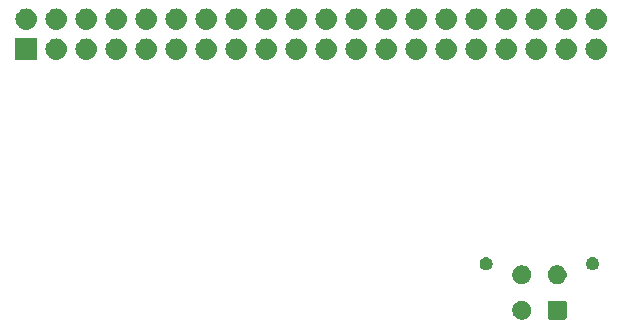
<source format=gbs>
G04 #@! TF.GenerationSoftware,KiCad,Pcbnew,(5.1.4-0-10_14)*
G04 #@! TF.CreationDate,2020-01-14T22:21:16-05:00*
G04 #@! TF.ProjectId,LCD_Screen,4c43445f-5363-4726-9565-6e2e6b696361,rev?*
G04 #@! TF.SameCoordinates,Original*
G04 #@! TF.FileFunction,Soldermask,Bot*
G04 #@! TF.FilePolarity,Negative*
%FSLAX46Y46*%
G04 Gerber Fmt 4.6, Leading zero omitted, Abs format (unit mm)*
G04 Created by KiCad (PCBNEW (5.1.4-0-10_14)) date 2020-01-14 22:21:16*
%MOMM*%
%LPD*%
G04 APERTURE LIST*
%ADD10C,0.100000*%
G04 APERTURE END LIST*
D10*
G36*
X252113048Y-44415122D02*
G01*
X252147387Y-44425539D01*
X252179036Y-44442456D01*
X252206778Y-44465222D01*
X252229544Y-44492964D01*
X252246461Y-44524613D01*
X252256878Y-44558952D01*
X252261000Y-44600807D01*
X252261000Y-45823193D01*
X252256878Y-45865048D01*
X252246461Y-45899387D01*
X252229544Y-45931036D01*
X252206778Y-45958778D01*
X252179036Y-45981544D01*
X252147387Y-45998461D01*
X252113048Y-46008878D01*
X252071193Y-46013000D01*
X250848807Y-46013000D01*
X250806952Y-46008878D01*
X250772613Y-45998461D01*
X250740964Y-45981544D01*
X250713222Y-45958778D01*
X250690456Y-45931036D01*
X250673539Y-45899387D01*
X250663122Y-45865048D01*
X250659000Y-45823193D01*
X250659000Y-44600807D01*
X250663122Y-44558952D01*
X250673539Y-44524613D01*
X250690456Y-44492964D01*
X250713222Y-44465222D01*
X250740964Y-44442456D01*
X250772613Y-44425539D01*
X250806952Y-44415122D01*
X250848807Y-44411000D01*
X252071193Y-44411000D01*
X252113048Y-44415122D01*
X252113048Y-44415122D01*
G37*
G36*
X248693642Y-44441781D02*
G01*
X248817208Y-44492964D01*
X248839416Y-44502163D01*
X248970608Y-44589822D01*
X249082178Y-44701392D01*
X249169837Y-44832584D01*
X249169838Y-44832586D01*
X249230219Y-44978358D01*
X249261000Y-45133107D01*
X249261000Y-45290893D01*
X249230219Y-45445642D01*
X249169838Y-45591414D01*
X249169837Y-45591416D01*
X249082178Y-45722608D01*
X248970608Y-45834178D01*
X248839416Y-45921837D01*
X248839415Y-45921838D01*
X248839414Y-45921838D01*
X248693642Y-45982219D01*
X248538893Y-46013000D01*
X248381107Y-46013000D01*
X248226358Y-45982219D01*
X248080586Y-45921838D01*
X248080585Y-45921838D01*
X248080584Y-45921837D01*
X247949392Y-45834178D01*
X247837822Y-45722608D01*
X247750163Y-45591416D01*
X247750162Y-45591414D01*
X247689781Y-45445642D01*
X247659000Y-45290893D01*
X247659000Y-45133107D01*
X247689781Y-44978358D01*
X247750162Y-44832586D01*
X247750163Y-44832584D01*
X247837822Y-44701392D01*
X247949392Y-44589822D01*
X248080584Y-44502163D01*
X248102792Y-44492964D01*
X248226358Y-44441781D01*
X248381107Y-44411000D01*
X248538893Y-44411000D01*
X248693642Y-44441781D01*
X248693642Y-44441781D01*
G37*
G36*
X251693642Y-41441781D02*
G01*
X251839414Y-41502162D01*
X251839416Y-41502163D01*
X251970608Y-41589822D01*
X252082178Y-41701392D01*
X252149285Y-41801826D01*
X252169838Y-41832586D01*
X252230219Y-41978358D01*
X252261000Y-42133107D01*
X252261000Y-42290893D01*
X252230219Y-42445642D01*
X252169838Y-42591414D01*
X252169837Y-42591416D01*
X252082178Y-42722608D01*
X251970608Y-42834178D01*
X251839416Y-42921837D01*
X251839415Y-42921838D01*
X251839414Y-42921838D01*
X251693642Y-42982219D01*
X251538893Y-43013000D01*
X251381107Y-43013000D01*
X251226358Y-42982219D01*
X251080586Y-42921838D01*
X251080585Y-42921838D01*
X251080584Y-42921837D01*
X250949392Y-42834178D01*
X250837822Y-42722608D01*
X250750163Y-42591416D01*
X250750162Y-42591414D01*
X250689781Y-42445642D01*
X250659000Y-42290893D01*
X250659000Y-42133107D01*
X250689781Y-41978358D01*
X250750162Y-41832586D01*
X250770715Y-41801826D01*
X250837822Y-41701392D01*
X250949392Y-41589822D01*
X251080584Y-41502163D01*
X251080586Y-41502162D01*
X251226358Y-41441781D01*
X251381107Y-41411000D01*
X251538893Y-41411000D01*
X251693642Y-41441781D01*
X251693642Y-41441781D01*
G37*
G36*
X248693642Y-41441781D02*
G01*
X248839414Y-41502162D01*
X248839416Y-41502163D01*
X248970608Y-41589822D01*
X249082178Y-41701392D01*
X249149285Y-41801826D01*
X249169838Y-41832586D01*
X249230219Y-41978358D01*
X249261000Y-42133107D01*
X249261000Y-42290893D01*
X249230219Y-42445642D01*
X249169838Y-42591414D01*
X249169837Y-42591416D01*
X249082178Y-42722608D01*
X248970608Y-42834178D01*
X248839416Y-42921837D01*
X248839415Y-42921838D01*
X248839414Y-42921838D01*
X248693642Y-42982219D01*
X248538893Y-43013000D01*
X248381107Y-43013000D01*
X248226358Y-42982219D01*
X248080586Y-42921838D01*
X248080585Y-42921838D01*
X248080584Y-42921837D01*
X247949392Y-42834178D01*
X247837822Y-42722608D01*
X247750163Y-42591416D01*
X247750162Y-42591414D01*
X247689781Y-42445642D01*
X247659000Y-42290893D01*
X247659000Y-42133107D01*
X247689781Y-41978358D01*
X247750162Y-41832586D01*
X247770715Y-41801826D01*
X247837822Y-41701392D01*
X247949392Y-41589822D01*
X248080584Y-41502163D01*
X248080586Y-41502162D01*
X248226358Y-41441781D01*
X248381107Y-41411000D01*
X248538893Y-41411000D01*
X248693642Y-41441781D01*
X248693642Y-41441781D01*
G37*
G36*
X254620721Y-40742174D02*
G01*
X254720995Y-40783709D01*
X254720996Y-40783710D01*
X254811242Y-40844010D01*
X254887990Y-40920758D01*
X254887991Y-40920760D01*
X254948291Y-41011005D01*
X254989826Y-41111279D01*
X255011000Y-41217730D01*
X255011000Y-41326270D01*
X254989826Y-41432721D01*
X254948291Y-41532995D01*
X254948290Y-41532996D01*
X254887990Y-41623242D01*
X254811242Y-41699990D01*
X254809142Y-41701393D01*
X254720995Y-41760291D01*
X254620721Y-41801826D01*
X254514270Y-41823000D01*
X254405730Y-41823000D01*
X254299279Y-41801826D01*
X254199005Y-41760291D01*
X254110858Y-41701393D01*
X254108758Y-41699990D01*
X254032010Y-41623242D01*
X253971710Y-41532996D01*
X253971709Y-41532995D01*
X253930174Y-41432721D01*
X253909000Y-41326270D01*
X253909000Y-41217730D01*
X253930174Y-41111279D01*
X253971709Y-41011005D01*
X254032009Y-40920760D01*
X254032010Y-40920758D01*
X254108758Y-40844010D01*
X254199004Y-40783710D01*
X254199005Y-40783709D01*
X254299279Y-40742174D01*
X254405730Y-40721000D01*
X254514270Y-40721000D01*
X254620721Y-40742174D01*
X254620721Y-40742174D01*
G37*
G36*
X245620721Y-40742174D02*
G01*
X245720995Y-40783709D01*
X245720996Y-40783710D01*
X245811242Y-40844010D01*
X245887990Y-40920758D01*
X245887991Y-40920760D01*
X245948291Y-41011005D01*
X245989826Y-41111279D01*
X246011000Y-41217730D01*
X246011000Y-41326270D01*
X245989826Y-41432721D01*
X245948291Y-41532995D01*
X245948290Y-41532996D01*
X245887990Y-41623242D01*
X245811242Y-41699990D01*
X245809142Y-41701393D01*
X245720995Y-41760291D01*
X245620721Y-41801826D01*
X245514270Y-41823000D01*
X245405730Y-41823000D01*
X245299279Y-41801826D01*
X245199005Y-41760291D01*
X245110858Y-41701393D01*
X245108758Y-41699990D01*
X245032010Y-41623242D01*
X244971710Y-41532996D01*
X244971709Y-41532995D01*
X244930174Y-41432721D01*
X244909000Y-41326270D01*
X244909000Y-41217730D01*
X244930174Y-41111279D01*
X244971709Y-41011005D01*
X245032009Y-40920760D01*
X245032010Y-40920758D01*
X245108758Y-40844010D01*
X245199004Y-40783710D01*
X245199005Y-40783709D01*
X245299279Y-40742174D01*
X245405730Y-40721000D01*
X245514270Y-40721000D01*
X245620721Y-40742174D01*
X245620721Y-40742174D01*
G37*
G36*
X239632442Y-22219518D02*
G01*
X239698627Y-22226037D01*
X239868466Y-22277557D01*
X240024991Y-22361222D01*
X240060729Y-22390552D01*
X240162186Y-22473814D01*
X240245448Y-22575271D01*
X240274778Y-22611009D01*
X240358443Y-22767534D01*
X240409963Y-22937373D01*
X240427359Y-23114000D01*
X240409963Y-23290627D01*
X240358443Y-23460466D01*
X240274778Y-23616991D01*
X240245448Y-23652729D01*
X240162186Y-23754186D01*
X240060729Y-23837448D01*
X240024991Y-23866778D01*
X239868466Y-23950443D01*
X239698627Y-24001963D01*
X239632443Y-24008481D01*
X239566260Y-24015000D01*
X239477740Y-24015000D01*
X239411557Y-24008481D01*
X239345373Y-24001963D01*
X239175534Y-23950443D01*
X239019009Y-23866778D01*
X238983271Y-23837448D01*
X238881814Y-23754186D01*
X238798552Y-23652729D01*
X238769222Y-23616991D01*
X238685557Y-23460466D01*
X238634037Y-23290627D01*
X238616641Y-23114000D01*
X238634037Y-22937373D01*
X238685557Y-22767534D01*
X238769222Y-22611009D01*
X238798552Y-22575271D01*
X238881814Y-22473814D01*
X238983271Y-22390552D01*
X239019009Y-22361222D01*
X239175534Y-22277557D01*
X239345373Y-22226037D01*
X239411557Y-22219519D01*
X239477740Y-22213000D01*
X239566260Y-22213000D01*
X239632442Y-22219518D01*
X239632442Y-22219518D01*
G37*
G36*
X237092442Y-22219518D02*
G01*
X237158627Y-22226037D01*
X237328466Y-22277557D01*
X237484991Y-22361222D01*
X237520729Y-22390552D01*
X237622186Y-22473814D01*
X237705448Y-22575271D01*
X237734778Y-22611009D01*
X237818443Y-22767534D01*
X237869963Y-22937373D01*
X237887359Y-23114000D01*
X237869963Y-23290627D01*
X237818443Y-23460466D01*
X237734778Y-23616991D01*
X237705448Y-23652729D01*
X237622186Y-23754186D01*
X237520729Y-23837448D01*
X237484991Y-23866778D01*
X237328466Y-23950443D01*
X237158627Y-24001963D01*
X237092443Y-24008481D01*
X237026260Y-24015000D01*
X236937740Y-24015000D01*
X236871557Y-24008481D01*
X236805373Y-24001963D01*
X236635534Y-23950443D01*
X236479009Y-23866778D01*
X236443271Y-23837448D01*
X236341814Y-23754186D01*
X236258552Y-23652729D01*
X236229222Y-23616991D01*
X236145557Y-23460466D01*
X236094037Y-23290627D01*
X236076641Y-23114000D01*
X236094037Y-22937373D01*
X236145557Y-22767534D01*
X236229222Y-22611009D01*
X236258552Y-22575271D01*
X236341814Y-22473814D01*
X236443271Y-22390552D01*
X236479009Y-22361222D01*
X236635534Y-22277557D01*
X236805373Y-22226037D01*
X236871557Y-22219519D01*
X236937740Y-22213000D01*
X237026260Y-22213000D01*
X237092442Y-22219518D01*
X237092442Y-22219518D01*
G37*
G36*
X234552442Y-22219518D02*
G01*
X234618627Y-22226037D01*
X234788466Y-22277557D01*
X234944991Y-22361222D01*
X234980729Y-22390552D01*
X235082186Y-22473814D01*
X235165448Y-22575271D01*
X235194778Y-22611009D01*
X235278443Y-22767534D01*
X235329963Y-22937373D01*
X235347359Y-23114000D01*
X235329963Y-23290627D01*
X235278443Y-23460466D01*
X235194778Y-23616991D01*
X235165448Y-23652729D01*
X235082186Y-23754186D01*
X234980729Y-23837448D01*
X234944991Y-23866778D01*
X234788466Y-23950443D01*
X234618627Y-24001963D01*
X234552443Y-24008481D01*
X234486260Y-24015000D01*
X234397740Y-24015000D01*
X234331557Y-24008481D01*
X234265373Y-24001963D01*
X234095534Y-23950443D01*
X233939009Y-23866778D01*
X233903271Y-23837448D01*
X233801814Y-23754186D01*
X233718552Y-23652729D01*
X233689222Y-23616991D01*
X233605557Y-23460466D01*
X233554037Y-23290627D01*
X233536641Y-23114000D01*
X233554037Y-22937373D01*
X233605557Y-22767534D01*
X233689222Y-22611009D01*
X233718552Y-22575271D01*
X233801814Y-22473814D01*
X233903271Y-22390552D01*
X233939009Y-22361222D01*
X234095534Y-22277557D01*
X234265373Y-22226037D01*
X234331557Y-22219519D01*
X234397740Y-22213000D01*
X234486260Y-22213000D01*
X234552442Y-22219518D01*
X234552442Y-22219518D01*
G37*
G36*
X232012442Y-22219518D02*
G01*
X232078627Y-22226037D01*
X232248466Y-22277557D01*
X232404991Y-22361222D01*
X232440729Y-22390552D01*
X232542186Y-22473814D01*
X232625448Y-22575271D01*
X232654778Y-22611009D01*
X232738443Y-22767534D01*
X232789963Y-22937373D01*
X232807359Y-23114000D01*
X232789963Y-23290627D01*
X232738443Y-23460466D01*
X232654778Y-23616991D01*
X232625448Y-23652729D01*
X232542186Y-23754186D01*
X232440729Y-23837448D01*
X232404991Y-23866778D01*
X232248466Y-23950443D01*
X232078627Y-24001963D01*
X232012443Y-24008481D01*
X231946260Y-24015000D01*
X231857740Y-24015000D01*
X231791557Y-24008481D01*
X231725373Y-24001963D01*
X231555534Y-23950443D01*
X231399009Y-23866778D01*
X231363271Y-23837448D01*
X231261814Y-23754186D01*
X231178552Y-23652729D01*
X231149222Y-23616991D01*
X231065557Y-23460466D01*
X231014037Y-23290627D01*
X230996641Y-23114000D01*
X231014037Y-22937373D01*
X231065557Y-22767534D01*
X231149222Y-22611009D01*
X231178552Y-22575271D01*
X231261814Y-22473814D01*
X231363271Y-22390552D01*
X231399009Y-22361222D01*
X231555534Y-22277557D01*
X231725373Y-22226037D01*
X231791557Y-22219519D01*
X231857740Y-22213000D01*
X231946260Y-22213000D01*
X232012442Y-22219518D01*
X232012442Y-22219518D01*
G37*
G36*
X229472442Y-22219518D02*
G01*
X229538627Y-22226037D01*
X229708466Y-22277557D01*
X229864991Y-22361222D01*
X229900729Y-22390552D01*
X230002186Y-22473814D01*
X230085448Y-22575271D01*
X230114778Y-22611009D01*
X230198443Y-22767534D01*
X230249963Y-22937373D01*
X230267359Y-23114000D01*
X230249963Y-23290627D01*
X230198443Y-23460466D01*
X230114778Y-23616991D01*
X230085448Y-23652729D01*
X230002186Y-23754186D01*
X229900729Y-23837448D01*
X229864991Y-23866778D01*
X229708466Y-23950443D01*
X229538627Y-24001963D01*
X229472443Y-24008481D01*
X229406260Y-24015000D01*
X229317740Y-24015000D01*
X229251557Y-24008481D01*
X229185373Y-24001963D01*
X229015534Y-23950443D01*
X228859009Y-23866778D01*
X228823271Y-23837448D01*
X228721814Y-23754186D01*
X228638552Y-23652729D01*
X228609222Y-23616991D01*
X228525557Y-23460466D01*
X228474037Y-23290627D01*
X228456641Y-23114000D01*
X228474037Y-22937373D01*
X228525557Y-22767534D01*
X228609222Y-22611009D01*
X228638552Y-22575271D01*
X228721814Y-22473814D01*
X228823271Y-22390552D01*
X228859009Y-22361222D01*
X229015534Y-22277557D01*
X229185373Y-22226037D01*
X229251557Y-22219519D01*
X229317740Y-22213000D01*
X229406260Y-22213000D01*
X229472442Y-22219518D01*
X229472442Y-22219518D01*
G37*
G36*
X226932442Y-22219518D02*
G01*
X226998627Y-22226037D01*
X227168466Y-22277557D01*
X227324991Y-22361222D01*
X227360729Y-22390552D01*
X227462186Y-22473814D01*
X227545448Y-22575271D01*
X227574778Y-22611009D01*
X227658443Y-22767534D01*
X227709963Y-22937373D01*
X227727359Y-23114000D01*
X227709963Y-23290627D01*
X227658443Y-23460466D01*
X227574778Y-23616991D01*
X227545448Y-23652729D01*
X227462186Y-23754186D01*
X227360729Y-23837448D01*
X227324991Y-23866778D01*
X227168466Y-23950443D01*
X226998627Y-24001963D01*
X226932443Y-24008481D01*
X226866260Y-24015000D01*
X226777740Y-24015000D01*
X226711557Y-24008481D01*
X226645373Y-24001963D01*
X226475534Y-23950443D01*
X226319009Y-23866778D01*
X226283271Y-23837448D01*
X226181814Y-23754186D01*
X226098552Y-23652729D01*
X226069222Y-23616991D01*
X225985557Y-23460466D01*
X225934037Y-23290627D01*
X225916641Y-23114000D01*
X225934037Y-22937373D01*
X225985557Y-22767534D01*
X226069222Y-22611009D01*
X226098552Y-22575271D01*
X226181814Y-22473814D01*
X226283271Y-22390552D01*
X226319009Y-22361222D01*
X226475534Y-22277557D01*
X226645373Y-22226037D01*
X226711557Y-22219519D01*
X226777740Y-22213000D01*
X226866260Y-22213000D01*
X226932442Y-22219518D01*
X226932442Y-22219518D01*
G37*
G36*
X224392442Y-22219518D02*
G01*
X224458627Y-22226037D01*
X224628466Y-22277557D01*
X224784991Y-22361222D01*
X224820729Y-22390552D01*
X224922186Y-22473814D01*
X225005448Y-22575271D01*
X225034778Y-22611009D01*
X225118443Y-22767534D01*
X225169963Y-22937373D01*
X225187359Y-23114000D01*
X225169963Y-23290627D01*
X225118443Y-23460466D01*
X225034778Y-23616991D01*
X225005448Y-23652729D01*
X224922186Y-23754186D01*
X224820729Y-23837448D01*
X224784991Y-23866778D01*
X224628466Y-23950443D01*
X224458627Y-24001963D01*
X224392443Y-24008481D01*
X224326260Y-24015000D01*
X224237740Y-24015000D01*
X224171557Y-24008481D01*
X224105373Y-24001963D01*
X223935534Y-23950443D01*
X223779009Y-23866778D01*
X223743271Y-23837448D01*
X223641814Y-23754186D01*
X223558552Y-23652729D01*
X223529222Y-23616991D01*
X223445557Y-23460466D01*
X223394037Y-23290627D01*
X223376641Y-23114000D01*
X223394037Y-22937373D01*
X223445557Y-22767534D01*
X223529222Y-22611009D01*
X223558552Y-22575271D01*
X223641814Y-22473814D01*
X223743271Y-22390552D01*
X223779009Y-22361222D01*
X223935534Y-22277557D01*
X224105373Y-22226037D01*
X224171557Y-22219519D01*
X224237740Y-22213000D01*
X224326260Y-22213000D01*
X224392442Y-22219518D01*
X224392442Y-22219518D01*
G37*
G36*
X221852442Y-22219518D02*
G01*
X221918627Y-22226037D01*
X222088466Y-22277557D01*
X222244991Y-22361222D01*
X222280729Y-22390552D01*
X222382186Y-22473814D01*
X222465448Y-22575271D01*
X222494778Y-22611009D01*
X222578443Y-22767534D01*
X222629963Y-22937373D01*
X222647359Y-23114000D01*
X222629963Y-23290627D01*
X222578443Y-23460466D01*
X222494778Y-23616991D01*
X222465448Y-23652729D01*
X222382186Y-23754186D01*
X222280729Y-23837448D01*
X222244991Y-23866778D01*
X222088466Y-23950443D01*
X221918627Y-24001963D01*
X221852443Y-24008481D01*
X221786260Y-24015000D01*
X221697740Y-24015000D01*
X221631557Y-24008481D01*
X221565373Y-24001963D01*
X221395534Y-23950443D01*
X221239009Y-23866778D01*
X221203271Y-23837448D01*
X221101814Y-23754186D01*
X221018552Y-23652729D01*
X220989222Y-23616991D01*
X220905557Y-23460466D01*
X220854037Y-23290627D01*
X220836641Y-23114000D01*
X220854037Y-22937373D01*
X220905557Y-22767534D01*
X220989222Y-22611009D01*
X221018552Y-22575271D01*
X221101814Y-22473814D01*
X221203271Y-22390552D01*
X221239009Y-22361222D01*
X221395534Y-22277557D01*
X221565373Y-22226037D01*
X221631557Y-22219519D01*
X221697740Y-22213000D01*
X221786260Y-22213000D01*
X221852442Y-22219518D01*
X221852442Y-22219518D01*
G37*
G36*
X219312442Y-22219518D02*
G01*
X219378627Y-22226037D01*
X219548466Y-22277557D01*
X219704991Y-22361222D01*
X219740729Y-22390552D01*
X219842186Y-22473814D01*
X219925448Y-22575271D01*
X219954778Y-22611009D01*
X220038443Y-22767534D01*
X220089963Y-22937373D01*
X220107359Y-23114000D01*
X220089963Y-23290627D01*
X220038443Y-23460466D01*
X219954778Y-23616991D01*
X219925448Y-23652729D01*
X219842186Y-23754186D01*
X219740729Y-23837448D01*
X219704991Y-23866778D01*
X219548466Y-23950443D01*
X219378627Y-24001963D01*
X219312443Y-24008481D01*
X219246260Y-24015000D01*
X219157740Y-24015000D01*
X219091557Y-24008481D01*
X219025373Y-24001963D01*
X218855534Y-23950443D01*
X218699009Y-23866778D01*
X218663271Y-23837448D01*
X218561814Y-23754186D01*
X218478552Y-23652729D01*
X218449222Y-23616991D01*
X218365557Y-23460466D01*
X218314037Y-23290627D01*
X218296641Y-23114000D01*
X218314037Y-22937373D01*
X218365557Y-22767534D01*
X218449222Y-22611009D01*
X218478552Y-22575271D01*
X218561814Y-22473814D01*
X218663271Y-22390552D01*
X218699009Y-22361222D01*
X218855534Y-22277557D01*
X219025373Y-22226037D01*
X219091557Y-22219519D01*
X219157740Y-22213000D01*
X219246260Y-22213000D01*
X219312442Y-22219518D01*
X219312442Y-22219518D01*
G37*
G36*
X216772442Y-22219518D02*
G01*
X216838627Y-22226037D01*
X217008466Y-22277557D01*
X217164991Y-22361222D01*
X217200729Y-22390552D01*
X217302186Y-22473814D01*
X217385448Y-22575271D01*
X217414778Y-22611009D01*
X217498443Y-22767534D01*
X217549963Y-22937373D01*
X217567359Y-23114000D01*
X217549963Y-23290627D01*
X217498443Y-23460466D01*
X217414778Y-23616991D01*
X217385448Y-23652729D01*
X217302186Y-23754186D01*
X217200729Y-23837448D01*
X217164991Y-23866778D01*
X217008466Y-23950443D01*
X216838627Y-24001963D01*
X216772443Y-24008481D01*
X216706260Y-24015000D01*
X216617740Y-24015000D01*
X216551557Y-24008481D01*
X216485373Y-24001963D01*
X216315534Y-23950443D01*
X216159009Y-23866778D01*
X216123271Y-23837448D01*
X216021814Y-23754186D01*
X215938552Y-23652729D01*
X215909222Y-23616991D01*
X215825557Y-23460466D01*
X215774037Y-23290627D01*
X215756641Y-23114000D01*
X215774037Y-22937373D01*
X215825557Y-22767534D01*
X215909222Y-22611009D01*
X215938552Y-22575271D01*
X216021814Y-22473814D01*
X216123271Y-22390552D01*
X216159009Y-22361222D01*
X216315534Y-22277557D01*
X216485373Y-22226037D01*
X216551557Y-22219519D01*
X216617740Y-22213000D01*
X216706260Y-22213000D01*
X216772442Y-22219518D01*
X216772442Y-22219518D01*
G37*
G36*
X214232442Y-22219518D02*
G01*
X214298627Y-22226037D01*
X214468466Y-22277557D01*
X214624991Y-22361222D01*
X214660729Y-22390552D01*
X214762186Y-22473814D01*
X214845448Y-22575271D01*
X214874778Y-22611009D01*
X214958443Y-22767534D01*
X215009963Y-22937373D01*
X215027359Y-23114000D01*
X215009963Y-23290627D01*
X214958443Y-23460466D01*
X214874778Y-23616991D01*
X214845448Y-23652729D01*
X214762186Y-23754186D01*
X214660729Y-23837448D01*
X214624991Y-23866778D01*
X214468466Y-23950443D01*
X214298627Y-24001963D01*
X214232443Y-24008481D01*
X214166260Y-24015000D01*
X214077740Y-24015000D01*
X214011557Y-24008481D01*
X213945373Y-24001963D01*
X213775534Y-23950443D01*
X213619009Y-23866778D01*
X213583271Y-23837448D01*
X213481814Y-23754186D01*
X213398552Y-23652729D01*
X213369222Y-23616991D01*
X213285557Y-23460466D01*
X213234037Y-23290627D01*
X213216641Y-23114000D01*
X213234037Y-22937373D01*
X213285557Y-22767534D01*
X213369222Y-22611009D01*
X213398552Y-22575271D01*
X213481814Y-22473814D01*
X213583271Y-22390552D01*
X213619009Y-22361222D01*
X213775534Y-22277557D01*
X213945373Y-22226037D01*
X214011557Y-22219519D01*
X214077740Y-22213000D01*
X214166260Y-22213000D01*
X214232442Y-22219518D01*
X214232442Y-22219518D01*
G37*
G36*
X211692442Y-22219518D02*
G01*
X211758627Y-22226037D01*
X211928466Y-22277557D01*
X212084991Y-22361222D01*
X212120729Y-22390552D01*
X212222186Y-22473814D01*
X212305448Y-22575271D01*
X212334778Y-22611009D01*
X212418443Y-22767534D01*
X212469963Y-22937373D01*
X212487359Y-23114000D01*
X212469963Y-23290627D01*
X212418443Y-23460466D01*
X212334778Y-23616991D01*
X212305448Y-23652729D01*
X212222186Y-23754186D01*
X212120729Y-23837448D01*
X212084991Y-23866778D01*
X211928466Y-23950443D01*
X211758627Y-24001963D01*
X211692443Y-24008481D01*
X211626260Y-24015000D01*
X211537740Y-24015000D01*
X211471557Y-24008481D01*
X211405373Y-24001963D01*
X211235534Y-23950443D01*
X211079009Y-23866778D01*
X211043271Y-23837448D01*
X210941814Y-23754186D01*
X210858552Y-23652729D01*
X210829222Y-23616991D01*
X210745557Y-23460466D01*
X210694037Y-23290627D01*
X210676641Y-23114000D01*
X210694037Y-22937373D01*
X210745557Y-22767534D01*
X210829222Y-22611009D01*
X210858552Y-22575271D01*
X210941814Y-22473814D01*
X211043271Y-22390552D01*
X211079009Y-22361222D01*
X211235534Y-22277557D01*
X211405373Y-22226037D01*
X211471557Y-22219519D01*
X211537740Y-22213000D01*
X211626260Y-22213000D01*
X211692442Y-22219518D01*
X211692442Y-22219518D01*
G37*
G36*
X209152442Y-22219518D02*
G01*
X209218627Y-22226037D01*
X209388466Y-22277557D01*
X209544991Y-22361222D01*
X209580729Y-22390552D01*
X209682186Y-22473814D01*
X209765448Y-22575271D01*
X209794778Y-22611009D01*
X209878443Y-22767534D01*
X209929963Y-22937373D01*
X209947359Y-23114000D01*
X209929963Y-23290627D01*
X209878443Y-23460466D01*
X209794778Y-23616991D01*
X209765448Y-23652729D01*
X209682186Y-23754186D01*
X209580729Y-23837448D01*
X209544991Y-23866778D01*
X209388466Y-23950443D01*
X209218627Y-24001963D01*
X209152443Y-24008481D01*
X209086260Y-24015000D01*
X208997740Y-24015000D01*
X208931557Y-24008481D01*
X208865373Y-24001963D01*
X208695534Y-23950443D01*
X208539009Y-23866778D01*
X208503271Y-23837448D01*
X208401814Y-23754186D01*
X208318552Y-23652729D01*
X208289222Y-23616991D01*
X208205557Y-23460466D01*
X208154037Y-23290627D01*
X208136641Y-23114000D01*
X208154037Y-22937373D01*
X208205557Y-22767534D01*
X208289222Y-22611009D01*
X208318552Y-22575271D01*
X208401814Y-22473814D01*
X208503271Y-22390552D01*
X208539009Y-22361222D01*
X208695534Y-22277557D01*
X208865373Y-22226037D01*
X208931557Y-22219519D01*
X208997740Y-22213000D01*
X209086260Y-22213000D01*
X209152442Y-22219518D01*
X209152442Y-22219518D01*
G37*
G36*
X207403000Y-24015000D02*
G01*
X205601000Y-24015000D01*
X205601000Y-22213000D01*
X207403000Y-22213000D01*
X207403000Y-24015000D01*
X207403000Y-24015000D01*
G37*
G36*
X254872442Y-22219518D02*
G01*
X254938627Y-22226037D01*
X255108466Y-22277557D01*
X255264991Y-22361222D01*
X255300729Y-22390552D01*
X255402186Y-22473814D01*
X255485448Y-22575271D01*
X255514778Y-22611009D01*
X255598443Y-22767534D01*
X255649963Y-22937373D01*
X255667359Y-23114000D01*
X255649963Y-23290627D01*
X255598443Y-23460466D01*
X255514778Y-23616991D01*
X255485448Y-23652729D01*
X255402186Y-23754186D01*
X255300729Y-23837448D01*
X255264991Y-23866778D01*
X255108466Y-23950443D01*
X254938627Y-24001963D01*
X254872443Y-24008481D01*
X254806260Y-24015000D01*
X254717740Y-24015000D01*
X254651557Y-24008481D01*
X254585373Y-24001963D01*
X254415534Y-23950443D01*
X254259009Y-23866778D01*
X254223271Y-23837448D01*
X254121814Y-23754186D01*
X254038552Y-23652729D01*
X254009222Y-23616991D01*
X253925557Y-23460466D01*
X253874037Y-23290627D01*
X253856641Y-23114000D01*
X253874037Y-22937373D01*
X253925557Y-22767534D01*
X254009222Y-22611009D01*
X254038552Y-22575271D01*
X254121814Y-22473814D01*
X254223271Y-22390552D01*
X254259009Y-22361222D01*
X254415534Y-22277557D01*
X254585373Y-22226037D01*
X254651557Y-22219519D01*
X254717740Y-22213000D01*
X254806260Y-22213000D01*
X254872442Y-22219518D01*
X254872442Y-22219518D01*
G37*
G36*
X252332442Y-22219518D02*
G01*
X252398627Y-22226037D01*
X252568466Y-22277557D01*
X252724991Y-22361222D01*
X252760729Y-22390552D01*
X252862186Y-22473814D01*
X252945448Y-22575271D01*
X252974778Y-22611009D01*
X253058443Y-22767534D01*
X253109963Y-22937373D01*
X253127359Y-23114000D01*
X253109963Y-23290627D01*
X253058443Y-23460466D01*
X252974778Y-23616991D01*
X252945448Y-23652729D01*
X252862186Y-23754186D01*
X252760729Y-23837448D01*
X252724991Y-23866778D01*
X252568466Y-23950443D01*
X252398627Y-24001963D01*
X252332443Y-24008481D01*
X252266260Y-24015000D01*
X252177740Y-24015000D01*
X252111557Y-24008481D01*
X252045373Y-24001963D01*
X251875534Y-23950443D01*
X251719009Y-23866778D01*
X251683271Y-23837448D01*
X251581814Y-23754186D01*
X251498552Y-23652729D01*
X251469222Y-23616991D01*
X251385557Y-23460466D01*
X251334037Y-23290627D01*
X251316641Y-23114000D01*
X251334037Y-22937373D01*
X251385557Y-22767534D01*
X251469222Y-22611009D01*
X251498552Y-22575271D01*
X251581814Y-22473814D01*
X251683271Y-22390552D01*
X251719009Y-22361222D01*
X251875534Y-22277557D01*
X252045373Y-22226037D01*
X252111557Y-22219519D01*
X252177740Y-22213000D01*
X252266260Y-22213000D01*
X252332442Y-22219518D01*
X252332442Y-22219518D01*
G37*
G36*
X249792442Y-22219518D02*
G01*
X249858627Y-22226037D01*
X250028466Y-22277557D01*
X250184991Y-22361222D01*
X250220729Y-22390552D01*
X250322186Y-22473814D01*
X250405448Y-22575271D01*
X250434778Y-22611009D01*
X250518443Y-22767534D01*
X250569963Y-22937373D01*
X250587359Y-23114000D01*
X250569963Y-23290627D01*
X250518443Y-23460466D01*
X250434778Y-23616991D01*
X250405448Y-23652729D01*
X250322186Y-23754186D01*
X250220729Y-23837448D01*
X250184991Y-23866778D01*
X250028466Y-23950443D01*
X249858627Y-24001963D01*
X249792443Y-24008481D01*
X249726260Y-24015000D01*
X249637740Y-24015000D01*
X249571557Y-24008481D01*
X249505373Y-24001963D01*
X249335534Y-23950443D01*
X249179009Y-23866778D01*
X249143271Y-23837448D01*
X249041814Y-23754186D01*
X248958552Y-23652729D01*
X248929222Y-23616991D01*
X248845557Y-23460466D01*
X248794037Y-23290627D01*
X248776641Y-23114000D01*
X248794037Y-22937373D01*
X248845557Y-22767534D01*
X248929222Y-22611009D01*
X248958552Y-22575271D01*
X249041814Y-22473814D01*
X249143271Y-22390552D01*
X249179009Y-22361222D01*
X249335534Y-22277557D01*
X249505373Y-22226037D01*
X249571557Y-22219519D01*
X249637740Y-22213000D01*
X249726260Y-22213000D01*
X249792442Y-22219518D01*
X249792442Y-22219518D01*
G37*
G36*
X247252442Y-22219518D02*
G01*
X247318627Y-22226037D01*
X247488466Y-22277557D01*
X247644991Y-22361222D01*
X247680729Y-22390552D01*
X247782186Y-22473814D01*
X247865448Y-22575271D01*
X247894778Y-22611009D01*
X247978443Y-22767534D01*
X248029963Y-22937373D01*
X248047359Y-23114000D01*
X248029963Y-23290627D01*
X247978443Y-23460466D01*
X247894778Y-23616991D01*
X247865448Y-23652729D01*
X247782186Y-23754186D01*
X247680729Y-23837448D01*
X247644991Y-23866778D01*
X247488466Y-23950443D01*
X247318627Y-24001963D01*
X247252443Y-24008481D01*
X247186260Y-24015000D01*
X247097740Y-24015000D01*
X247031557Y-24008481D01*
X246965373Y-24001963D01*
X246795534Y-23950443D01*
X246639009Y-23866778D01*
X246603271Y-23837448D01*
X246501814Y-23754186D01*
X246418552Y-23652729D01*
X246389222Y-23616991D01*
X246305557Y-23460466D01*
X246254037Y-23290627D01*
X246236641Y-23114000D01*
X246254037Y-22937373D01*
X246305557Y-22767534D01*
X246389222Y-22611009D01*
X246418552Y-22575271D01*
X246501814Y-22473814D01*
X246603271Y-22390552D01*
X246639009Y-22361222D01*
X246795534Y-22277557D01*
X246965373Y-22226037D01*
X247031557Y-22219519D01*
X247097740Y-22213000D01*
X247186260Y-22213000D01*
X247252442Y-22219518D01*
X247252442Y-22219518D01*
G37*
G36*
X244712442Y-22219518D02*
G01*
X244778627Y-22226037D01*
X244948466Y-22277557D01*
X245104991Y-22361222D01*
X245140729Y-22390552D01*
X245242186Y-22473814D01*
X245325448Y-22575271D01*
X245354778Y-22611009D01*
X245438443Y-22767534D01*
X245489963Y-22937373D01*
X245507359Y-23114000D01*
X245489963Y-23290627D01*
X245438443Y-23460466D01*
X245354778Y-23616991D01*
X245325448Y-23652729D01*
X245242186Y-23754186D01*
X245140729Y-23837448D01*
X245104991Y-23866778D01*
X244948466Y-23950443D01*
X244778627Y-24001963D01*
X244712443Y-24008481D01*
X244646260Y-24015000D01*
X244557740Y-24015000D01*
X244491557Y-24008481D01*
X244425373Y-24001963D01*
X244255534Y-23950443D01*
X244099009Y-23866778D01*
X244063271Y-23837448D01*
X243961814Y-23754186D01*
X243878552Y-23652729D01*
X243849222Y-23616991D01*
X243765557Y-23460466D01*
X243714037Y-23290627D01*
X243696641Y-23114000D01*
X243714037Y-22937373D01*
X243765557Y-22767534D01*
X243849222Y-22611009D01*
X243878552Y-22575271D01*
X243961814Y-22473814D01*
X244063271Y-22390552D01*
X244099009Y-22361222D01*
X244255534Y-22277557D01*
X244425373Y-22226037D01*
X244491557Y-22219519D01*
X244557740Y-22213000D01*
X244646260Y-22213000D01*
X244712442Y-22219518D01*
X244712442Y-22219518D01*
G37*
G36*
X242172442Y-22219518D02*
G01*
X242238627Y-22226037D01*
X242408466Y-22277557D01*
X242564991Y-22361222D01*
X242600729Y-22390552D01*
X242702186Y-22473814D01*
X242785448Y-22575271D01*
X242814778Y-22611009D01*
X242898443Y-22767534D01*
X242949963Y-22937373D01*
X242967359Y-23114000D01*
X242949963Y-23290627D01*
X242898443Y-23460466D01*
X242814778Y-23616991D01*
X242785448Y-23652729D01*
X242702186Y-23754186D01*
X242600729Y-23837448D01*
X242564991Y-23866778D01*
X242408466Y-23950443D01*
X242238627Y-24001963D01*
X242172443Y-24008481D01*
X242106260Y-24015000D01*
X242017740Y-24015000D01*
X241951557Y-24008481D01*
X241885373Y-24001963D01*
X241715534Y-23950443D01*
X241559009Y-23866778D01*
X241523271Y-23837448D01*
X241421814Y-23754186D01*
X241338552Y-23652729D01*
X241309222Y-23616991D01*
X241225557Y-23460466D01*
X241174037Y-23290627D01*
X241156641Y-23114000D01*
X241174037Y-22937373D01*
X241225557Y-22767534D01*
X241309222Y-22611009D01*
X241338552Y-22575271D01*
X241421814Y-22473814D01*
X241523271Y-22390552D01*
X241559009Y-22361222D01*
X241715534Y-22277557D01*
X241885373Y-22226037D01*
X241951557Y-22219519D01*
X242017740Y-22213000D01*
X242106260Y-22213000D01*
X242172442Y-22219518D01*
X242172442Y-22219518D01*
G37*
G36*
X206612442Y-19679518D02*
G01*
X206678627Y-19686037D01*
X206848466Y-19737557D01*
X207004991Y-19821222D01*
X207040729Y-19850552D01*
X207142186Y-19933814D01*
X207225448Y-20035271D01*
X207254778Y-20071009D01*
X207338443Y-20227534D01*
X207389963Y-20397373D01*
X207407359Y-20574000D01*
X207389963Y-20750627D01*
X207338443Y-20920466D01*
X207254778Y-21076991D01*
X207225448Y-21112729D01*
X207142186Y-21214186D01*
X207040729Y-21297448D01*
X207004991Y-21326778D01*
X206848466Y-21410443D01*
X206678627Y-21461963D01*
X206612442Y-21468482D01*
X206546260Y-21475000D01*
X206457740Y-21475000D01*
X206391557Y-21468481D01*
X206325373Y-21461963D01*
X206155534Y-21410443D01*
X205999009Y-21326778D01*
X205963271Y-21297448D01*
X205861814Y-21214186D01*
X205778552Y-21112729D01*
X205749222Y-21076991D01*
X205665557Y-20920466D01*
X205614037Y-20750627D01*
X205596641Y-20574000D01*
X205614037Y-20397373D01*
X205665557Y-20227534D01*
X205749222Y-20071009D01*
X205778552Y-20035271D01*
X205861814Y-19933814D01*
X205963271Y-19850552D01*
X205999009Y-19821222D01*
X206155534Y-19737557D01*
X206325373Y-19686037D01*
X206391558Y-19679518D01*
X206457740Y-19673000D01*
X206546260Y-19673000D01*
X206612442Y-19679518D01*
X206612442Y-19679518D01*
G37*
G36*
X209152442Y-19679518D02*
G01*
X209218627Y-19686037D01*
X209388466Y-19737557D01*
X209544991Y-19821222D01*
X209580729Y-19850552D01*
X209682186Y-19933814D01*
X209765448Y-20035271D01*
X209794778Y-20071009D01*
X209878443Y-20227534D01*
X209929963Y-20397373D01*
X209947359Y-20574000D01*
X209929963Y-20750627D01*
X209878443Y-20920466D01*
X209794778Y-21076991D01*
X209765448Y-21112729D01*
X209682186Y-21214186D01*
X209580729Y-21297448D01*
X209544991Y-21326778D01*
X209388466Y-21410443D01*
X209218627Y-21461963D01*
X209152442Y-21468482D01*
X209086260Y-21475000D01*
X208997740Y-21475000D01*
X208931557Y-21468481D01*
X208865373Y-21461963D01*
X208695534Y-21410443D01*
X208539009Y-21326778D01*
X208503271Y-21297448D01*
X208401814Y-21214186D01*
X208318552Y-21112729D01*
X208289222Y-21076991D01*
X208205557Y-20920466D01*
X208154037Y-20750627D01*
X208136641Y-20574000D01*
X208154037Y-20397373D01*
X208205557Y-20227534D01*
X208289222Y-20071009D01*
X208318552Y-20035271D01*
X208401814Y-19933814D01*
X208503271Y-19850552D01*
X208539009Y-19821222D01*
X208695534Y-19737557D01*
X208865373Y-19686037D01*
X208931558Y-19679518D01*
X208997740Y-19673000D01*
X209086260Y-19673000D01*
X209152442Y-19679518D01*
X209152442Y-19679518D01*
G37*
G36*
X211692442Y-19679518D02*
G01*
X211758627Y-19686037D01*
X211928466Y-19737557D01*
X212084991Y-19821222D01*
X212120729Y-19850552D01*
X212222186Y-19933814D01*
X212305448Y-20035271D01*
X212334778Y-20071009D01*
X212418443Y-20227534D01*
X212469963Y-20397373D01*
X212487359Y-20574000D01*
X212469963Y-20750627D01*
X212418443Y-20920466D01*
X212334778Y-21076991D01*
X212305448Y-21112729D01*
X212222186Y-21214186D01*
X212120729Y-21297448D01*
X212084991Y-21326778D01*
X211928466Y-21410443D01*
X211758627Y-21461963D01*
X211692442Y-21468482D01*
X211626260Y-21475000D01*
X211537740Y-21475000D01*
X211471557Y-21468481D01*
X211405373Y-21461963D01*
X211235534Y-21410443D01*
X211079009Y-21326778D01*
X211043271Y-21297448D01*
X210941814Y-21214186D01*
X210858552Y-21112729D01*
X210829222Y-21076991D01*
X210745557Y-20920466D01*
X210694037Y-20750627D01*
X210676641Y-20574000D01*
X210694037Y-20397373D01*
X210745557Y-20227534D01*
X210829222Y-20071009D01*
X210858552Y-20035271D01*
X210941814Y-19933814D01*
X211043271Y-19850552D01*
X211079009Y-19821222D01*
X211235534Y-19737557D01*
X211405373Y-19686037D01*
X211471558Y-19679518D01*
X211537740Y-19673000D01*
X211626260Y-19673000D01*
X211692442Y-19679518D01*
X211692442Y-19679518D01*
G37*
G36*
X214232442Y-19679518D02*
G01*
X214298627Y-19686037D01*
X214468466Y-19737557D01*
X214624991Y-19821222D01*
X214660729Y-19850552D01*
X214762186Y-19933814D01*
X214845448Y-20035271D01*
X214874778Y-20071009D01*
X214958443Y-20227534D01*
X215009963Y-20397373D01*
X215027359Y-20574000D01*
X215009963Y-20750627D01*
X214958443Y-20920466D01*
X214874778Y-21076991D01*
X214845448Y-21112729D01*
X214762186Y-21214186D01*
X214660729Y-21297448D01*
X214624991Y-21326778D01*
X214468466Y-21410443D01*
X214298627Y-21461963D01*
X214232442Y-21468482D01*
X214166260Y-21475000D01*
X214077740Y-21475000D01*
X214011557Y-21468481D01*
X213945373Y-21461963D01*
X213775534Y-21410443D01*
X213619009Y-21326778D01*
X213583271Y-21297448D01*
X213481814Y-21214186D01*
X213398552Y-21112729D01*
X213369222Y-21076991D01*
X213285557Y-20920466D01*
X213234037Y-20750627D01*
X213216641Y-20574000D01*
X213234037Y-20397373D01*
X213285557Y-20227534D01*
X213369222Y-20071009D01*
X213398552Y-20035271D01*
X213481814Y-19933814D01*
X213583271Y-19850552D01*
X213619009Y-19821222D01*
X213775534Y-19737557D01*
X213945373Y-19686037D01*
X214011558Y-19679518D01*
X214077740Y-19673000D01*
X214166260Y-19673000D01*
X214232442Y-19679518D01*
X214232442Y-19679518D01*
G37*
G36*
X216772442Y-19679518D02*
G01*
X216838627Y-19686037D01*
X217008466Y-19737557D01*
X217164991Y-19821222D01*
X217200729Y-19850552D01*
X217302186Y-19933814D01*
X217385448Y-20035271D01*
X217414778Y-20071009D01*
X217498443Y-20227534D01*
X217549963Y-20397373D01*
X217567359Y-20574000D01*
X217549963Y-20750627D01*
X217498443Y-20920466D01*
X217414778Y-21076991D01*
X217385448Y-21112729D01*
X217302186Y-21214186D01*
X217200729Y-21297448D01*
X217164991Y-21326778D01*
X217008466Y-21410443D01*
X216838627Y-21461963D01*
X216772442Y-21468482D01*
X216706260Y-21475000D01*
X216617740Y-21475000D01*
X216551557Y-21468481D01*
X216485373Y-21461963D01*
X216315534Y-21410443D01*
X216159009Y-21326778D01*
X216123271Y-21297448D01*
X216021814Y-21214186D01*
X215938552Y-21112729D01*
X215909222Y-21076991D01*
X215825557Y-20920466D01*
X215774037Y-20750627D01*
X215756641Y-20574000D01*
X215774037Y-20397373D01*
X215825557Y-20227534D01*
X215909222Y-20071009D01*
X215938552Y-20035271D01*
X216021814Y-19933814D01*
X216123271Y-19850552D01*
X216159009Y-19821222D01*
X216315534Y-19737557D01*
X216485373Y-19686037D01*
X216551558Y-19679518D01*
X216617740Y-19673000D01*
X216706260Y-19673000D01*
X216772442Y-19679518D01*
X216772442Y-19679518D01*
G37*
G36*
X219312442Y-19679518D02*
G01*
X219378627Y-19686037D01*
X219548466Y-19737557D01*
X219704991Y-19821222D01*
X219740729Y-19850552D01*
X219842186Y-19933814D01*
X219925448Y-20035271D01*
X219954778Y-20071009D01*
X220038443Y-20227534D01*
X220089963Y-20397373D01*
X220107359Y-20574000D01*
X220089963Y-20750627D01*
X220038443Y-20920466D01*
X219954778Y-21076991D01*
X219925448Y-21112729D01*
X219842186Y-21214186D01*
X219740729Y-21297448D01*
X219704991Y-21326778D01*
X219548466Y-21410443D01*
X219378627Y-21461963D01*
X219312442Y-21468482D01*
X219246260Y-21475000D01*
X219157740Y-21475000D01*
X219091557Y-21468481D01*
X219025373Y-21461963D01*
X218855534Y-21410443D01*
X218699009Y-21326778D01*
X218663271Y-21297448D01*
X218561814Y-21214186D01*
X218478552Y-21112729D01*
X218449222Y-21076991D01*
X218365557Y-20920466D01*
X218314037Y-20750627D01*
X218296641Y-20574000D01*
X218314037Y-20397373D01*
X218365557Y-20227534D01*
X218449222Y-20071009D01*
X218478552Y-20035271D01*
X218561814Y-19933814D01*
X218663271Y-19850552D01*
X218699009Y-19821222D01*
X218855534Y-19737557D01*
X219025373Y-19686037D01*
X219091558Y-19679518D01*
X219157740Y-19673000D01*
X219246260Y-19673000D01*
X219312442Y-19679518D01*
X219312442Y-19679518D01*
G37*
G36*
X221852442Y-19679518D02*
G01*
X221918627Y-19686037D01*
X222088466Y-19737557D01*
X222244991Y-19821222D01*
X222280729Y-19850552D01*
X222382186Y-19933814D01*
X222465448Y-20035271D01*
X222494778Y-20071009D01*
X222578443Y-20227534D01*
X222629963Y-20397373D01*
X222647359Y-20574000D01*
X222629963Y-20750627D01*
X222578443Y-20920466D01*
X222494778Y-21076991D01*
X222465448Y-21112729D01*
X222382186Y-21214186D01*
X222280729Y-21297448D01*
X222244991Y-21326778D01*
X222088466Y-21410443D01*
X221918627Y-21461963D01*
X221852442Y-21468482D01*
X221786260Y-21475000D01*
X221697740Y-21475000D01*
X221631557Y-21468481D01*
X221565373Y-21461963D01*
X221395534Y-21410443D01*
X221239009Y-21326778D01*
X221203271Y-21297448D01*
X221101814Y-21214186D01*
X221018552Y-21112729D01*
X220989222Y-21076991D01*
X220905557Y-20920466D01*
X220854037Y-20750627D01*
X220836641Y-20574000D01*
X220854037Y-20397373D01*
X220905557Y-20227534D01*
X220989222Y-20071009D01*
X221018552Y-20035271D01*
X221101814Y-19933814D01*
X221203271Y-19850552D01*
X221239009Y-19821222D01*
X221395534Y-19737557D01*
X221565373Y-19686037D01*
X221631558Y-19679518D01*
X221697740Y-19673000D01*
X221786260Y-19673000D01*
X221852442Y-19679518D01*
X221852442Y-19679518D01*
G37*
G36*
X224392442Y-19679518D02*
G01*
X224458627Y-19686037D01*
X224628466Y-19737557D01*
X224784991Y-19821222D01*
X224820729Y-19850552D01*
X224922186Y-19933814D01*
X225005448Y-20035271D01*
X225034778Y-20071009D01*
X225118443Y-20227534D01*
X225169963Y-20397373D01*
X225187359Y-20574000D01*
X225169963Y-20750627D01*
X225118443Y-20920466D01*
X225034778Y-21076991D01*
X225005448Y-21112729D01*
X224922186Y-21214186D01*
X224820729Y-21297448D01*
X224784991Y-21326778D01*
X224628466Y-21410443D01*
X224458627Y-21461963D01*
X224392442Y-21468482D01*
X224326260Y-21475000D01*
X224237740Y-21475000D01*
X224171557Y-21468481D01*
X224105373Y-21461963D01*
X223935534Y-21410443D01*
X223779009Y-21326778D01*
X223743271Y-21297448D01*
X223641814Y-21214186D01*
X223558552Y-21112729D01*
X223529222Y-21076991D01*
X223445557Y-20920466D01*
X223394037Y-20750627D01*
X223376641Y-20574000D01*
X223394037Y-20397373D01*
X223445557Y-20227534D01*
X223529222Y-20071009D01*
X223558552Y-20035271D01*
X223641814Y-19933814D01*
X223743271Y-19850552D01*
X223779009Y-19821222D01*
X223935534Y-19737557D01*
X224105373Y-19686037D01*
X224171558Y-19679518D01*
X224237740Y-19673000D01*
X224326260Y-19673000D01*
X224392442Y-19679518D01*
X224392442Y-19679518D01*
G37*
G36*
X226932442Y-19679518D02*
G01*
X226998627Y-19686037D01*
X227168466Y-19737557D01*
X227324991Y-19821222D01*
X227360729Y-19850552D01*
X227462186Y-19933814D01*
X227545448Y-20035271D01*
X227574778Y-20071009D01*
X227658443Y-20227534D01*
X227709963Y-20397373D01*
X227727359Y-20574000D01*
X227709963Y-20750627D01*
X227658443Y-20920466D01*
X227574778Y-21076991D01*
X227545448Y-21112729D01*
X227462186Y-21214186D01*
X227360729Y-21297448D01*
X227324991Y-21326778D01*
X227168466Y-21410443D01*
X226998627Y-21461963D01*
X226932442Y-21468482D01*
X226866260Y-21475000D01*
X226777740Y-21475000D01*
X226711557Y-21468481D01*
X226645373Y-21461963D01*
X226475534Y-21410443D01*
X226319009Y-21326778D01*
X226283271Y-21297448D01*
X226181814Y-21214186D01*
X226098552Y-21112729D01*
X226069222Y-21076991D01*
X225985557Y-20920466D01*
X225934037Y-20750627D01*
X225916641Y-20574000D01*
X225934037Y-20397373D01*
X225985557Y-20227534D01*
X226069222Y-20071009D01*
X226098552Y-20035271D01*
X226181814Y-19933814D01*
X226283271Y-19850552D01*
X226319009Y-19821222D01*
X226475534Y-19737557D01*
X226645373Y-19686037D01*
X226711558Y-19679518D01*
X226777740Y-19673000D01*
X226866260Y-19673000D01*
X226932442Y-19679518D01*
X226932442Y-19679518D01*
G37*
G36*
X229472442Y-19679518D02*
G01*
X229538627Y-19686037D01*
X229708466Y-19737557D01*
X229864991Y-19821222D01*
X229900729Y-19850552D01*
X230002186Y-19933814D01*
X230085448Y-20035271D01*
X230114778Y-20071009D01*
X230198443Y-20227534D01*
X230249963Y-20397373D01*
X230267359Y-20574000D01*
X230249963Y-20750627D01*
X230198443Y-20920466D01*
X230114778Y-21076991D01*
X230085448Y-21112729D01*
X230002186Y-21214186D01*
X229900729Y-21297448D01*
X229864991Y-21326778D01*
X229708466Y-21410443D01*
X229538627Y-21461963D01*
X229472442Y-21468482D01*
X229406260Y-21475000D01*
X229317740Y-21475000D01*
X229251557Y-21468481D01*
X229185373Y-21461963D01*
X229015534Y-21410443D01*
X228859009Y-21326778D01*
X228823271Y-21297448D01*
X228721814Y-21214186D01*
X228638552Y-21112729D01*
X228609222Y-21076991D01*
X228525557Y-20920466D01*
X228474037Y-20750627D01*
X228456641Y-20574000D01*
X228474037Y-20397373D01*
X228525557Y-20227534D01*
X228609222Y-20071009D01*
X228638552Y-20035271D01*
X228721814Y-19933814D01*
X228823271Y-19850552D01*
X228859009Y-19821222D01*
X229015534Y-19737557D01*
X229185373Y-19686037D01*
X229251558Y-19679518D01*
X229317740Y-19673000D01*
X229406260Y-19673000D01*
X229472442Y-19679518D01*
X229472442Y-19679518D01*
G37*
G36*
X232012442Y-19679518D02*
G01*
X232078627Y-19686037D01*
X232248466Y-19737557D01*
X232404991Y-19821222D01*
X232440729Y-19850552D01*
X232542186Y-19933814D01*
X232625448Y-20035271D01*
X232654778Y-20071009D01*
X232738443Y-20227534D01*
X232789963Y-20397373D01*
X232807359Y-20574000D01*
X232789963Y-20750627D01*
X232738443Y-20920466D01*
X232654778Y-21076991D01*
X232625448Y-21112729D01*
X232542186Y-21214186D01*
X232440729Y-21297448D01*
X232404991Y-21326778D01*
X232248466Y-21410443D01*
X232078627Y-21461963D01*
X232012442Y-21468482D01*
X231946260Y-21475000D01*
X231857740Y-21475000D01*
X231791557Y-21468481D01*
X231725373Y-21461963D01*
X231555534Y-21410443D01*
X231399009Y-21326778D01*
X231363271Y-21297448D01*
X231261814Y-21214186D01*
X231178552Y-21112729D01*
X231149222Y-21076991D01*
X231065557Y-20920466D01*
X231014037Y-20750627D01*
X230996641Y-20574000D01*
X231014037Y-20397373D01*
X231065557Y-20227534D01*
X231149222Y-20071009D01*
X231178552Y-20035271D01*
X231261814Y-19933814D01*
X231363271Y-19850552D01*
X231399009Y-19821222D01*
X231555534Y-19737557D01*
X231725373Y-19686037D01*
X231791558Y-19679518D01*
X231857740Y-19673000D01*
X231946260Y-19673000D01*
X232012442Y-19679518D01*
X232012442Y-19679518D01*
G37*
G36*
X234552442Y-19679518D02*
G01*
X234618627Y-19686037D01*
X234788466Y-19737557D01*
X234944991Y-19821222D01*
X234980729Y-19850552D01*
X235082186Y-19933814D01*
X235165448Y-20035271D01*
X235194778Y-20071009D01*
X235278443Y-20227534D01*
X235329963Y-20397373D01*
X235347359Y-20574000D01*
X235329963Y-20750627D01*
X235278443Y-20920466D01*
X235194778Y-21076991D01*
X235165448Y-21112729D01*
X235082186Y-21214186D01*
X234980729Y-21297448D01*
X234944991Y-21326778D01*
X234788466Y-21410443D01*
X234618627Y-21461963D01*
X234552442Y-21468482D01*
X234486260Y-21475000D01*
X234397740Y-21475000D01*
X234331557Y-21468481D01*
X234265373Y-21461963D01*
X234095534Y-21410443D01*
X233939009Y-21326778D01*
X233903271Y-21297448D01*
X233801814Y-21214186D01*
X233718552Y-21112729D01*
X233689222Y-21076991D01*
X233605557Y-20920466D01*
X233554037Y-20750627D01*
X233536641Y-20574000D01*
X233554037Y-20397373D01*
X233605557Y-20227534D01*
X233689222Y-20071009D01*
X233718552Y-20035271D01*
X233801814Y-19933814D01*
X233903271Y-19850552D01*
X233939009Y-19821222D01*
X234095534Y-19737557D01*
X234265373Y-19686037D01*
X234331558Y-19679518D01*
X234397740Y-19673000D01*
X234486260Y-19673000D01*
X234552442Y-19679518D01*
X234552442Y-19679518D01*
G37*
G36*
X237092442Y-19679518D02*
G01*
X237158627Y-19686037D01*
X237328466Y-19737557D01*
X237484991Y-19821222D01*
X237520729Y-19850552D01*
X237622186Y-19933814D01*
X237705448Y-20035271D01*
X237734778Y-20071009D01*
X237818443Y-20227534D01*
X237869963Y-20397373D01*
X237887359Y-20574000D01*
X237869963Y-20750627D01*
X237818443Y-20920466D01*
X237734778Y-21076991D01*
X237705448Y-21112729D01*
X237622186Y-21214186D01*
X237520729Y-21297448D01*
X237484991Y-21326778D01*
X237328466Y-21410443D01*
X237158627Y-21461963D01*
X237092442Y-21468482D01*
X237026260Y-21475000D01*
X236937740Y-21475000D01*
X236871557Y-21468481D01*
X236805373Y-21461963D01*
X236635534Y-21410443D01*
X236479009Y-21326778D01*
X236443271Y-21297448D01*
X236341814Y-21214186D01*
X236258552Y-21112729D01*
X236229222Y-21076991D01*
X236145557Y-20920466D01*
X236094037Y-20750627D01*
X236076641Y-20574000D01*
X236094037Y-20397373D01*
X236145557Y-20227534D01*
X236229222Y-20071009D01*
X236258552Y-20035271D01*
X236341814Y-19933814D01*
X236443271Y-19850552D01*
X236479009Y-19821222D01*
X236635534Y-19737557D01*
X236805373Y-19686037D01*
X236871558Y-19679518D01*
X236937740Y-19673000D01*
X237026260Y-19673000D01*
X237092442Y-19679518D01*
X237092442Y-19679518D01*
G37*
G36*
X239632442Y-19679518D02*
G01*
X239698627Y-19686037D01*
X239868466Y-19737557D01*
X240024991Y-19821222D01*
X240060729Y-19850552D01*
X240162186Y-19933814D01*
X240245448Y-20035271D01*
X240274778Y-20071009D01*
X240358443Y-20227534D01*
X240409963Y-20397373D01*
X240427359Y-20574000D01*
X240409963Y-20750627D01*
X240358443Y-20920466D01*
X240274778Y-21076991D01*
X240245448Y-21112729D01*
X240162186Y-21214186D01*
X240060729Y-21297448D01*
X240024991Y-21326778D01*
X239868466Y-21410443D01*
X239698627Y-21461963D01*
X239632442Y-21468482D01*
X239566260Y-21475000D01*
X239477740Y-21475000D01*
X239411557Y-21468481D01*
X239345373Y-21461963D01*
X239175534Y-21410443D01*
X239019009Y-21326778D01*
X238983271Y-21297448D01*
X238881814Y-21214186D01*
X238798552Y-21112729D01*
X238769222Y-21076991D01*
X238685557Y-20920466D01*
X238634037Y-20750627D01*
X238616641Y-20574000D01*
X238634037Y-20397373D01*
X238685557Y-20227534D01*
X238769222Y-20071009D01*
X238798552Y-20035271D01*
X238881814Y-19933814D01*
X238983271Y-19850552D01*
X239019009Y-19821222D01*
X239175534Y-19737557D01*
X239345373Y-19686037D01*
X239411558Y-19679518D01*
X239477740Y-19673000D01*
X239566260Y-19673000D01*
X239632442Y-19679518D01*
X239632442Y-19679518D01*
G37*
G36*
X242172442Y-19679518D02*
G01*
X242238627Y-19686037D01*
X242408466Y-19737557D01*
X242564991Y-19821222D01*
X242600729Y-19850552D01*
X242702186Y-19933814D01*
X242785448Y-20035271D01*
X242814778Y-20071009D01*
X242898443Y-20227534D01*
X242949963Y-20397373D01*
X242967359Y-20574000D01*
X242949963Y-20750627D01*
X242898443Y-20920466D01*
X242814778Y-21076991D01*
X242785448Y-21112729D01*
X242702186Y-21214186D01*
X242600729Y-21297448D01*
X242564991Y-21326778D01*
X242408466Y-21410443D01*
X242238627Y-21461963D01*
X242172442Y-21468482D01*
X242106260Y-21475000D01*
X242017740Y-21475000D01*
X241951557Y-21468481D01*
X241885373Y-21461963D01*
X241715534Y-21410443D01*
X241559009Y-21326778D01*
X241523271Y-21297448D01*
X241421814Y-21214186D01*
X241338552Y-21112729D01*
X241309222Y-21076991D01*
X241225557Y-20920466D01*
X241174037Y-20750627D01*
X241156641Y-20574000D01*
X241174037Y-20397373D01*
X241225557Y-20227534D01*
X241309222Y-20071009D01*
X241338552Y-20035271D01*
X241421814Y-19933814D01*
X241523271Y-19850552D01*
X241559009Y-19821222D01*
X241715534Y-19737557D01*
X241885373Y-19686037D01*
X241951558Y-19679518D01*
X242017740Y-19673000D01*
X242106260Y-19673000D01*
X242172442Y-19679518D01*
X242172442Y-19679518D01*
G37*
G36*
X244712442Y-19679518D02*
G01*
X244778627Y-19686037D01*
X244948466Y-19737557D01*
X245104991Y-19821222D01*
X245140729Y-19850552D01*
X245242186Y-19933814D01*
X245325448Y-20035271D01*
X245354778Y-20071009D01*
X245438443Y-20227534D01*
X245489963Y-20397373D01*
X245507359Y-20574000D01*
X245489963Y-20750627D01*
X245438443Y-20920466D01*
X245354778Y-21076991D01*
X245325448Y-21112729D01*
X245242186Y-21214186D01*
X245140729Y-21297448D01*
X245104991Y-21326778D01*
X244948466Y-21410443D01*
X244778627Y-21461963D01*
X244712442Y-21468482D01*
X244646260Y-21475000D01*
X244557740Y-21475000D01*
X244491557Y-21468481D01*
X244425373Y-21461963D01*
X244255534Y-21410443D01*
X244099009Y-21326778D01*
X244063271Y-21297448D01*
X243961814Y-21214186D01*
X243878552Y-21112729D01*
X243849222Y-21076991D01*
X243765557Y-20920466D01*
X243714037Y-20750627D01*
X243696641Y-20574000D01*
X243714037Y-20397373D01*
X243765557Y-20227534D01*
X243849222Y-20071009D01*
X243878552Y-20035271D01*
X243961814Y-19933814D01*
X244063271Y-19850552D01*
X244099009Y-19821222D01*
X244255534Y-19737557D01*
X244425373Y-19686037D01*
X244491558Y-19679518D01*
X244557740Y-19673000D01*
X244646260Y-19673000D01*
X244712442Y-19679518D01*
X244712442Y-19679518D01*
G37*
G36*
X247252442Y-19679518D02*
G01*
X247318627Y-19686037D01*
X247488466Y-19737557D01*
X247644991Y-19821222D01*
X247680729Y-19850552D01*
X247782186Y-19933814D01*
X247865448Y-20035271D01*
X247894778Y-20071009D01*
X247978443Y-20227534D01*
X248029963Y-20397373D01*
X248047359Y-20574000D01*
X248029963Y-20750627D01*
X247978443Y-20920466D01*
X247894778Y-21076991D01*
X247865448Y-21112729D01*
X247782186Y-21214186D01*
X247680729Y-21297448D01*
X247644991Y-21326778D01*
X247488466Y-21410443D01*
X247318627Y-21461963D01*
X247252442Y-21468482D01*
X247186260Y-21475000D01*
X247097740Y-21475000D01*
X247031557Y-21468481D01*
X246965373Y-21461963D01*
X246795534Y-21410443D01*
X246639009Y-21326778D01*
X246603271Y-21297448D01*
X246501814Y-21214186D01*
X246418552Y-21112729D01*
X246389222Y-21076991D01*
X246305557Y-20920466D01*
X246254037Y-20750627D01*
X246236641Y-20574000D01*
X246254037Y-20397373D01*
X246305557Y-20227534D01*
X246389222Y-20071009D01*
X246418552Y-20035271D01*
X246501814Y-19933814D01*
X246603271Y-19850552D01*
X246639009Y-19821222D01*
X246795534Y-19737557D01*
X246965373Y-19686037D01*
X247031558Y-19679518D01*
X247097740Y-19673000D01*
X247186260Y-19673000D01*
X247252442Y-19679518D01*
X247252442Y-19679518D01*
G37*
G36*
X249792442Y-19679518D02*
G01*
X249858627Y-19686037D01*
X250028466Y-19737557D01*
X250184991Y-19821222D01*
X250220729Y-19850552D01*
X250322186Y-19933814D01*
X250405448Y-20035271D01*
X250434778Y-20071009D01*
X250518443Y-20227534D01*
X250569963Y-20397373D01*
X250587359Y-20574000D01*
X250569963Y-20750627D01*
X250518443Y-20920466D01*
X250434778Y-21076991D01*
X250405448Y-21112729D01*
X250322186Y-21214186D01*
X250220729Y-21297448D01*
X250184991Y-21326778D01*
X250028466Y-21410443D01*
X249858627Y-21461963D01*
X249792442Y-21468482D01*
X249726260Y-21475000D01*
X249637740Y-21475000D01*
X249571557Y-21468481D01*
X249505373Y-21461963D01*
X249335534Y-21410443D01*
X249179009Y-21326778D01*
X249143271Y-21297448D01*
X249041814Y-21214186D01*
X248958552Y-21112729D01*
X248929222Y-21076991D01*
X248845557Y-20920466D01*
X248794037Y-20750627D01*
X248776641Y-20574000D01*
X248794037Y-20397373D01*
X248845557Y-20227534D01*
X248929222Y-20071009D01*
X248958552Y-20035271D01*
X249041814Y-19933814D01*
X249143271Y-19850552D01*
X249179009Y-19821222D01*
X249335534Y-19737557D01*
X249505373Y-19686037D01*
X249571558Y-19679518D01*
X249637740Y-19673000D01*
X249726260Y-19673000D01*
X249792442Y-19679518D01*
X249792442Y-19679518D01*
G37*
G36*
X252332442Y-19679518D02*
G01*
X252398627Y-19686037D01*
X252568466Y-19737557D01*
X252724991Y-19821222D01*
X252760729Y-19850552D01*
X252862186Y-19933814D01*
X252945448Y-20035271D01*
X252974778Y-20071009D01*
X253058443Y-20227534D01*
X253109963Y-20397373D01*
X253127359Y-20574000D01*
X253109963Y-20750627D01*
X253058443Y-20920466D01*
X252974778Y-21076991D01*
X252945448Y-21112729D01*
X252862186Y-21214186D01*
X252760729Y-21297448D01*
X252724991Y-21326778D01*
X252568466Y-21410443D01*
X252398627Y-21461963D01*
X252332442Y-21468482D01*
X252266260Y-21475000D01*
X252177740Y-21475000D01*
X252111557Y-21468481D01*
X252045373Y-21461963D01*
X251875534Y-21410443D01*
X251719009Y-21326778D01*
X251683271Y-21297448D01*
X251581814Y-21214186D01*
X251498552Y-21112729D01*
X251469222Y-21076991D01*
X251385557Y-20920466D01*
X251334037Y-20750627D01*
X251316641Y-20574000D01*
X251334037Y-20397373D01*
X251385557Y-20227534D01*
X251469222Y-20071009D01*
X251498552Y-20035271D01*
X251581814Y-19933814D01*
X251683271Y-19850552D01*
X251719009Y-19821222D01*
X251875534Y-19737557D01*
X252045373Y-19686037D01*
X252111558Y-19679518D01*
X252177740Y-19673000D01*
X252266260Y-19673000D01*
X252332442Y-19679518D01*
X252332442Y-19679518D01*
G37*
G36*
X254872442Y-19679518D02*
G01*
X254938627Y-19686037D01*
X255108466Y-19737557D01*
X255264991Y-19821222D01*
X255300729Y-19850552D01*
X255402186Y-19933814D01*
X255485448Y-20035271D01*
X255514778Y-20071009D01*
X255598443Y-20227534D01*
X255649963Y-20397373D01*
X255667359Y-20574000D01*
X255649963Y-20750627D01*
X255598443Y-20920466D01*
X255514778Y-21076991D01*
X255485448Y-21112729D01*
X255402186Y-21214186D01*
X255300729Y-21297448D01*
X255264991Y-21326778D01*
X255108466Y-21410443D01*
X254938627Y-21461963D01*
X254872442Y-21468482D01*
X254806260Y-21475000D01*
X254717740Y-21475000D01*
X254651557Y-21468481D01*
X254585373Y-21461963D01*
X254415534Y-21410443D01*
X254259009Y-21326778D01*
X254223271Y-21297448D01*
X254121814Y-21214186D01*
X254038552Y-21112729D01*
X254009222Y-21076991D01*
X253925557Y-20920466D01*
X253874037Y-20750627D01*
X253856641Y-20574000D01*
X253874037Y-20397373D01*
X253925557Y-20227534D01*
X254009222Y-20071009D01*
X254038552Y-20035271D01*
X254121814Y-19933814D01*
X254223271Y-19850552D01*
X254259009Y-19821222D01*
X254415534Y-19737557D01*
X254585373Y-19686037D01*
X254651558Y-19679518D01*
X254717740Y-19673000D01*
X254806260Y-19673000D01*
X254872442Y-19679518D01*
X254872442Y-19679518D01*
G37*
M02*

</source>
